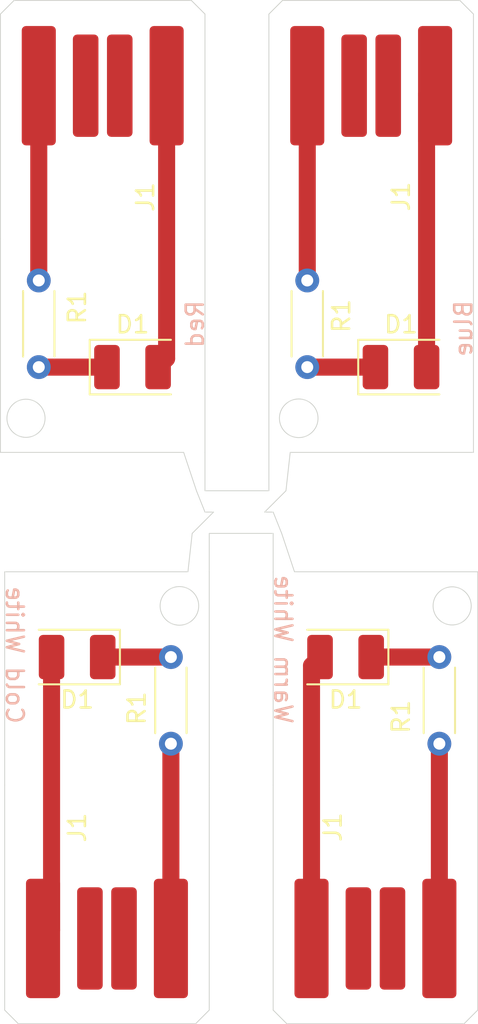
<source format=kicad_pcb>
(kicad_pcb (version 20241229) (generator "pcbnew") (generator_version "9.0")
  (layers (0 "F.Cu" signal) (2 "B.Cu" signal) (13 "F.Paste" user) (15 "B.Paste" user) (5 "F.SilkS" user "F.Silkscreen") (7 "B.SilkS" user "B.Silkscreen") (1 "F.Mask" user) (3 "B.Mask" user) (25 "Edge.Cuts" user))
  (net 0 "")
  (net 1 "Net-(D1-A)")
  (net 2 "Net-(D1-K)")
  (net 4 "Net-(J1-Pin_1)")
  (footprint "Resistor_THT:R_Axial_DIN0204_L3.6mm_D1.6mm_P5.08mm_Horizontal" (layer "F.Cu") (at 124 76.5 -90)
    (property "Reference" "R1" (at 3 2 90) (layer "F.SilkS"))
    (property "Value" "220R")
    (fp_line (start 0.62 0.92) (end 4.46 0.92) (stroke (width 0.12)) (layer "F.SilkS"))
    (fp_line (start 0.62 -0.92) (end 4.46 -0.92) (stroke (width 0.12)) (layer "F.SilkS"))
    (pad "1" thru_hole circle (at 0 0 270) (size 1.4 1.4) (drill 0.7) (layers "*.Cu" "*.Mask") (net 1 "Net-(D1-A)"))
    (pad "2" thru_hole circle (at 5.08 0 270) (size 1.4 1.4) (drill 0.7) (layers "*.Cu" "*.Mask") (net 4 "Net-(J1-Pin_1)"))
  )
  (footprint "LED_SMD:LED_PLCC-2_3.4x3.0mm_AK" (layer "F.Cu") (at 137.5 59.5)
    (property "Reference" "D1" (at 0 -2.5 0) (layer "F.SilkS"))
    (property "Value" "LED")
    (fp_line (start -2.51 -1.6) (end -2.51 1.6) (stroke (width 0.12)) (layer "F.SilkS") (net 1))
    (fp_line (start 2.25 -1.6) (end -2.51 -1.6) (stroke (width 0.12)) (layer "F.SilkS") (net 1))
    (fp_line (start 2.25 1.6) (end -2.51 1.6) (stroke (width 0.12)) (layer "F.SilkS") (net 1))
    (pad "1" smd roundrect (at 1.5 0) (size 1.5 2.6) (layers "F.Cu" "F.Mask" "F.Paste") (roundrect_rratio 0.1666666667) (net 2 "Net-(D1-K)"))
    (pad "2" smd roundrect (at -1.5 0) (size 1.5 2.6) (layers "F.Cu" "F.Mask" "F.Paste") (roundrect_rratio 0.1666666667) (net 1 "Net-(D1-A)"))
  )
  (footprint "usb:USB_A_PCB_Edge_receptacle" (layer "F.Cu") (at 136 93 90)
    (property "Reference" "J1" (at 6.53 -2.5 90) (layer "F.SilkS"))
    (property "Value" "Conn_01x04" (hide yes))
    (fp_line (start 9 -6) (end -4.2 -6) (stroke (width 0.05)) (layer "Edge.Cuts"))
    (fp_line (start -5 -5.2) (end -4.2 -6) (stroke (width 0.05)) (layer "Edge.Cuts"))
    (fp_line (start -5 -5.2) (end -5 5.2) (stroke (width 0.05)) (layer "Edge.Cuts"))
    (fp_line (start -5 5.2) (end -4.2 6) (stroke (width 0.05)) (layer "Edge.Cuts"))
    (fp_line (start 9 6) (end -4.2 6) (stroke (width 0.05)) (layer "Edge.Cuts"))
    (pad "1" smd roundrect (at 0 3.75 90) (size 7 2) (layers "F.Cu" "F.Mask") (roundrect_rratio 0.125) (net 4 "Net-(J1-Pin_1)"))
    (pad "2" smd roundrect (at 0 1 90) (size 6 1.5) (layers "F.Cu" "F.Mask") (roundrect_rratio 0.1666666667))
    (pad "3" smd roundrect (at 0 -1 90) (size 6 1.5) (layers "F.Cu" "F.Mask") (roundrect_rratio 0.1666666667))
    (pad "4" smd roundrect (at 0 -3.75 90) (size 7 2) (layers "F.Cu" "F.Mask") (roundrect_rratio 0.125) (net 2 "Net-(D1-K)"))
  )
  (footprint "Resistor_THT:R_Axial_DIN0204_L3.6mm_D1.6mm_P5.08mm_Horizontal" (layer "F.Cu") (at 116.25 59.5 90)
    (property "Reference" "R1" (at 3.5 2.25 90) (layer "F.SilkS"))
    (property "Value" "220R")
    (fp_line (start 0.62 -0.92) (end 4.46 -0.92) (stroke (width 0.12)) (layer "F.SilkS") (net 1))
    (fp_line (start 0.62 0.92) (end 4.46 0.92) (stroke (width 0.12)) (layer "F.SilkS") (net 1))
    (pad "1" thru_hole circle (at 0 0 90) (size 1.4 1.4) (drill 0.7) (layers "*.Cu" "*.Mask") (net 1 "Net-(D1-A)"))
    (pad "2" thru_hole circle (at 5.08 0 90) (size 1.4 1.4) (drill 0.7) (layers "*.Cu" "*.Mask") (net 4 "Net-(J1-Pin_1)"))
  )
  (footprint "LED_SMD:LED_PLCC-2_3.4x3.0mm_AK" (layer "F.Cu") (at 118.5 76.5 180)
    (property "Reference" "D1" (at 0 -2.5 0) (layer "F.SilkS"))
    (property "Value" "LED")
    (fp_line (start 2.25 1.6) (end -2.51 1.6) (stroke (width 0.12)) (layer "F.SilkS"))
    (fp_line (start 2.25 -1.6) (end -2.51 -1.6) (stroke (width 0.12)) (layer "F.SilkS"))
    (fp_line (start -2.51 -1.6) (end -2.51 1.6) (stroke (width 0.12)) (layer "F.SilkS"))
    (pad "1" smd roundrect (at 1.5 0 180) (size 1.5 2.6) (layers "F.Cu" "F.Mask" "F.Paste") (roundrect_rratio 0.1666666667) (net 2 "Net-(D1-K)"))
    (pad "2" smd roundrect (at -1.5 0 180) (size 1.5 2.6) (layers "F.Cu" "F.Mask" "F.Paste") (roundrect_rratio 0.1666666667) (net 1 "Net-(D1-A)"))
  )
  (footprint "LED_SMD:LED_PLCC-2_3.4x3.0mm_AK" (layer "F.Cu") (at 134.25 76.5 180)
    (property "Reference" "D1" (at 0 -2.5 0) (layer "F.SilkS"))
    (property "Value" "LED")
    (fp_line (start 2.25 1.6) (end -2.51 1.6) (stroke (width 0.12)) (layer "F.SilkS"))
    (fp_line (start 2.25 -1.6) (end -2.51 -1.6) (stroke (width 0.12)) (layer "F.SilkS"))
    (fp_line (start -2.51 -1.6) (end -2.51 1.6) (stroke (width 0.12)) (layer "F.SilkS"))
    (pad "1" smd roundrect (at 1.5 0 180) (size 1.5 2.6) (layers "F.Cu" "F.Mask" "F.Paste") (roundrect_rratio 0.1666666667) (net 2 "Net-(D1-K)"))
    (pad "2" smd roundrect (at -1.5 0 180) (size 1.5 2.6) (layers "F.Cu" "F.Mask" "F.Paste") (roundrect_rratio 0.1666666667) (net 1 "Net-(D1-A)"))
  )
  (footprint "usb:USB_A_PCB_Edge_receptacle" (layer "F.Cu") (at 135.75 43 -90)
    (property "Reference" "J1" (at 6.5 -1.75 90) (layer "F.SilkS"))
    (property "Value" "Conn_01x04" (hide yes))
    (fp_line (start 9 6) (end -4.2 6) (stroke (width 0.05)) (layer "Edge.Cuts") (net 1))
    (fp_line (start -5 5.2) (end -4.2 6) (stroke (width 0.05)) (layer "Edge.Cuts") (net 1))
    (fp_line (start -5 -5.2) (end -5 5.2) (stroke (width 0.05)) (layer "Edge.Cuts") (net 1))
    (fp_line (start -5 -5.2) (end -4.2 -6) (stroke (width 0.05)) (layer "Edge.Cuts") (net 1))
    (fp_line (start 9 -6) (end -4.2 -6) (stroke (width 0.05)) (layer "Edge.Cuts") (net 1))
    (pad "1" smd roundrect (at 0 3.75 270) (size 7 2) (layers "F.Cu" "F.Mask") (roundrect_rratio 0.125) (net 4 "Net-(J1-Pin_1)"))
    (pad "2" smd roundrect (at 0 1 270) (size 6 1.5) (layers "F.Cu" "F.Mask") (roundrect_rratio 0.1666666667))
    (pad "3" smd roundrect (at 0 -1 270) (size 6 1.5) (layers "F.Cu" "F.Mask") (roundrect_rratio 0.1666666667))
    (pad "4" smd roundrect (at 0 -3.75 270) (size 7 2) (layers "F.Cu" "F.Mask") (roundrect_rratio 0.125) (net 2 "Net-(D1-K)"))
  )
  (footprint "Resistor_THT:R_Axial_DIN0204_L3.6mm_D1.6mm_P5.08mm_Horizontal" (layer "F.Cu") (at 139.75 76.5 -90)
    (property "Reference" "R1" (at 3.5 2.25 90) (layer "F.SilkS"))
    (property "Value" "220R")
    (fp_line (start 0.62 0.92) (end 4.46 0.92) (stroke (width 0.12)) (layer "F.SilkS"))
    (fp_line (start 0.62 -0.92) (end 4.46 -0.92) (stroke (width 0.12)) (layer "F.SilkS"))
    (pad "1" thru_hole circle (at 0 0 270) (size 1.4 1.4) (drill 0.7) (layers "*.Cu" "*.Mask") (net 1 "Net-(D1-A)"))
    (pad "2" thru_hole circle (at 5.08 0 270) (size 1.4 1.4) (drill 0.7) (layers "*.Cu" "*.Mask") (net 4 "Net-(J1-Pin_1)"))
  )
  (footprint "usb:USB_A_PCB_Edge_receptacle" (layer "F.Cu") (at 120.25 93 90)
    (property "Reference" "J1" (at 6.5 -1.75 90) (layer "F.SilkS"))
    (property "Value" "Conn_01x04" (hide yes))
    (fp_line (start 9 -6) (end -4.2 -6) (stroke (width 0.05)) (layer "Edge.Cuts"))
    (fp_line (start -5 -5.2) (end -4.2 -6) (stroke (width 0.05)) (layer "Edge.Cuts"))
    (fp_line (start -5 -5.2) (end -5 5.2) (stroke (width 0.05)) (layer "Edge.Cuts"))
    (fp_line (start -5 5.2) (end -4.2 6) (stroke (width 0.05)) (layer "Edge.Cuts"))
    (fp_line (start 9 6) (end -4.2 6) (stroke (width 0.05)) (layer "Edge.Cuts"))
    (pad "1" smd roundrect (at 0 3.75 90) (size 7 2) (layers "F.Cu" "F.Mask") (roundrect_rratio 0.125) (net 4 "Net-(J1-Pin_1)"))
    (pad "2" smd roundrect (at 0 1 90) (size 6 1.5) (layers "F.Cu" "F.Mask") (roundrect_rratio 0.1666666667))
    (pad "3" smd roundrect (at 0 -1 90) (size 6 1.5) (layers "F.Cu" "F.Mask") (roundrect_rratio 0.1666666667))
    (pad "4" smd roundrect (at 0 -3.75 90) (size 7 2) (layers "F.Cu" "F.Mask") (roundrect_rratio 0.125) (net 2 "Net-(D1-K)"))
  )
  (footprint "usb:USB_A_PCB_Edge_receptacle" (layer "F.Cu") (at 120 43 -90)
    (property "Reference" "J1" (at 6.53 -2.5 90) (layer "F.SilkS"))
    (property "Value" "Conn_01x04" (hide yes))
    (fp_line (start 9 6) (end -4.2 6) (stroke (width 0.05)) (layer "Edge.Cuts") (net 1))
    (fp_line (start -5 5.2) (end -4.2 6) (stroke (width 0.05)) (layer "Edge.Cuts") (net 1))
    (fp_line (start -5 -5.2) (end -5 5.2) (stroke (width 0.05)) (layer "Edge.Cuts") (net 1))
    (fp_line (start -5 -5.2) (end -4.2 -6) (stroke (width 0.05)) (layer "Edge.Cuts") (net 1))
    (fp_line (start 9 -6) (end -4.2 -6) (stroke (width 0.05)) (layer "Edge.Cuts") (net 1))
    (pad "1" smd roundrect (at 0 3.75 270) (size 7 2) (layers "F.Cu" "F.Mask") (roundrect_rratio 0.125) (net 4 "Net-(J1-Pin_1)"))
    (pad "2" smd roundrect (at 0 1 270) (size 6 1.5) (layers "F.Cu" "F.Mask") (roundrect_rratio 0.1666666667))
    (pad "3" smd roundrect (at 0 -1 270) (size 6 1.5) (layers "F.Cu" "F.Mask") (roundrect_rratio 0.1666666667))
    (pad "4" smd roundrect (at 0 -3.75 270) (size 7 2) (layers "F.Cu" "F.Mask") (roundrect_rratio 0.125) (net 2 "Net-(D1-K)"))
  )
  (footprint "LED_SMD:LED_PLCC-2_3.4x3.0mm_AK" (layer "F.Cu") (at 121.75 59.5)
    (property "Reference" "D1" (at 0 -2.5 0) (layer "F.SilkS"))
    (property "Value" "LED")
    (fp_line (start -2.51 -1.6) (end -2.51 1.6) (stroke (width 0.12)) (layer "F.SilkS") (net 1))
    (fp_line (start 2.25 -1.6) (end -2.51 -1.6) (stroke (width 0.12)) (layer "F.SilkS") (net 1))
    (fp_line (start 2.25 1.6) (end -2.51 1.6) (stroke (width 0.12)) (layer "F.SilkS") (net 1))
    (pad "1" smd roundrect (at 1.5 0) (size 1.5 2.6) (layers "F.Cu" "F.Mask" "F.Paste") (roundrect_rratio 0.1666666667) (net 2 "Net-(D1-K)"))
    (pad "2" smd roundrect (at -1.5 0) (size 1.5 2.6) (layers "F.Cu" "F.Mask" "F.Paste") (roundrect_rratio 0.1666666667) (net 1 "Net-(D1-A)"))
  )
  (footprint "Resistor_THT:R_Axial_DIN0204_L3.6mm_D1.6mm_P5.08mm_Horizontal" (layer "F.Cu") (at 132 59.5 90)
    (property "Reference" "R1" (at 3 2 90) (layer "F.SilkS"))
    (property "Value" "220R")
    (fp_line (start 0.62 -0.92) (end 4.46 -0.92) (stroke (width 0.12)) (layer "F.SilkS") (net 1))
    (fp_line (start 0.62 0.92) (end 4.46 0.92) (stroke (width 0.12)) (layer "F.SilkS") (net 1))
    (pad "1" thru_hole circle (at 0 0 90) (size 1.4 1.4) (drill 0.7) (layers "*.Cu" "*.Mask") (net 1 "Net-(D1-A)"))
    (pad "2" thru_hole circle (at 5.08 0 90) (size 1.4 1.4) (drill 0.7) (layers "*.Cu" "*.Mask") (net 4 "Net-(J1-Pin_1)"))
  )
  (gr_line (start 126 66.75) (end 129.75 66.75) (stroke (width 0.05)) (layer "Edge.Cuts"))
  (gr_line (start 129.5 68) (end 130 68) (stroke (width 0.05)) (layer "Edge.Cuts"))
  (gr_line (start 114 64.5) (end 124.75 64.5) (stroke (width 0.05)) (layer "Edge.Cuts"))
  (gr_line (start 126 64.5) (end 126 66.75) (stroke (width 0.05)) (layer "Edge.Cuts"))
  (gr_line (start 126 52) (end 126 64.5) (stroke (width 0.05)) (layer "Edge.Cuts"))
  (gr_line (start 142 71.5) (end 131.25 71.5) (stroke (width 0.05)) (layer "Edge.Cuts"))
  (gr_circle (center 131.5 62.5) (end 131.375 63.625) (stroke (width 0.05)) (fill no) (layer "Edge.Cuts"))
  (gr_line (start 124.75 64.5) (end 125.5 66.75) (stroke (width 0.05)) (layer "Edge.Cuts"))
  (gr_line (start 141.75 64.5) (end 131 64.5) (stroke (width 0.05)) (layer "Edge.Cuts"))
  (gr_line (start 141.75 52) (end 141.75 64.5) (stroke (width 0.05)) (layer "Edge.Cuts"))
  (gr_line (start 114.25 71.5) (end 125 71.5) (stroke (width 0.05)) (layer "Edge.Cuts"))
  (gr_line (start 114 52) (end 114 64.5) (stroke (width 0.05)) (layer "Edge.Cuts"))
  (gr_line (start 130 71.5) (end 130 69.25) (stroke (width 0.05)) (layer "Edge.Cuts"))
  (gr_line (start 126.5 68) (end 126 68) (stroke (width 0.05)) (layer "Edge.Cuts"))
  (gr_circle (center 124.5 73.5) (end 124.625 72.375) (stroke (width 0.05)) (fill no) (layer "Edge.Cuts"))
  (gr_line (start 131.25 71.5) (end 130.5 69.25) (stroke (width 0.05)) (layer "Edge.Cuts"))
  (gr_line (start 126.25 84) (end 126.25 71.5) (stroke (width 0.05)) (layer "Edge.Cuts"))
  (gr_line (start 130 69.25) (end 126.25 69.25) (stroke (width 0.05)) (layer "Edge.Cuts"))
  (gr_line (start 125.25 69.25) (end 125 71.5) (stroke (width 0.05)) (layer "Edge.Cuts"))
  (gr_line (start 130 68) (end 130.5 69.25) (stroke (width 0.05)) (layer "Edge.Cuts"))
  (gr_line (start 130 84) (end 130 71.5) (stroke (width 0.05)) (layer "Edge.Cuts"))
  (gr_line (start 129.75 52) (end 129.75 64.5) (stroke (width 0.05)) (layer "Edge.Cuts"))
  (gr_line (start 126.25 71.5) (end 126.25 69.25) (stroke (width 0.05)) (layer "Edge.Cuts"))
  (gr_line (start 125.25 69.25) (end 126.5 68) (stroke (width 0.05)) (layer "Edge.Cuts"))
  (gr_circle (center 140.5 73.5) (end 140 72.5) (stroke (width 0.05)) (fill no) (layer "Edge.Cuts"))
  (gr_line (start 142 84) (end 142 71.5) (stroke (width 0.05)) (layer "Edge.Cuts"))
  (gr_line (start 129.75 64.5) (end 129.75 66.75) (stroke (width 0.05)) (layer "Edge.Cuts"))
  (gr_line (start 126 68) (end 125.5 66.75) (stroke (width 0.05)) (layer "Edge.Cuts"))
  (gr_line (start 130.75 66.75) (end 129.5 68) (stroke (width 0.05)) (layer "Edge.Cuts"))
  (gr_line (start 114.25 84) (end 114.25 71.5) (stroke (width 0.05)) (layer "Edge.Cuts"))
  (gr_line (start 130.75 66.75) (end 131 64.5) (stroke (width 0.05)) (layer "Edge.Cuts"))
  (gr_circle (center 115.5 62.5) (end 116 63.5) (stroke (width 0.05)) (fill no) (layer "Edge.Cuts"))
  (gr_text "Cold White" (at 114.25 80.5 270) (layer "B.SilkS") (effects (font (size 1 1)) (justify left bottom mirror)))
  (gr_text "Red" (at 126 55.5 90) (layer "B.SilkS") (effects (font (size 1 1)) (justify left bottom mirror)))
  (gr_text "Blue\n" (at 141.75 55.5 90) (layer "B.SilkS") (effects (font (size 1 1)) (justify left bottom mirror)))
  (gr_text "Warm White" (at 130 80.5 270) (layer "B.SilkS") (effects (font (size 1 1)) (justify left bottom mirror)))
  (segment (start 139.75 76.5) (end 135.75 76.5) (width 1) (layer "F.Cu") (net 1))
  (segment (start 116.25 59.5) (end 120.25 59.5) (width 1) (layer "F.Cu") (net 1))
  (segment (start 124 76.5) (end 120 76.5) (width 1) (layer "F.Cu") (net 1))
  (segment (start 132 59.5) (end 136 59.5) (width 1) (layer "F.Cu") (net 1))
  (segment (start 132.25 93) (end 132.25 77) (width 1) (layer "F.Cu") (net 2))
  (segment (start 139 43.5) (end 139.5 43) (width 1) (layer "F.Cu") (net 2))
  (segment (start 117 92.5) (end 116.5 93) (width 1) (layer "F.Cu") (net 2))
  (segment (start 139 59.5) (end 139 43.5) (width 1) (layer "F.Cu") (net 2))
  (segment (start 123.75 43) (end 123.75 59) (width 1) (layer "F.Cu") (net 2))
  (segment (start 132.25 77) (end 132.75 76.5) (width 1) (layer "F.Cu") (net 2))
  (segment (start 123.75 59) (end 123.25 59.5) (width 1) (layer "F.Cu") (net 2))
  (segment (start 117 76.5) (end 117 92.5) (width 1) (layer "F.Cu") (net 2))
  (segment (start 116.5 77) (end 117 76.5) (width 0.2) (layer "F.Cu") (net 2))
  (segment (start 139.5 59) (end 139 59.5) (width 0.2) (layer "F.Cu") (net 2))
  (segment (start 124 81.58) (end 124 93) (width 1) (layer "F.Cu") (net 4))
  (segment (start 139.75 81.58) (end 139.75 93) (width 1) (layer "F.Cu") (net 4))
  (segment (start 132 54.42) (end 132 43) (width 1) (layer "F.Cu") (net 4))
  (segment (start 116.25 54.42) (end 116.25 43) (width 1) (layer "F.Cu") (net 4))
)
</source>
